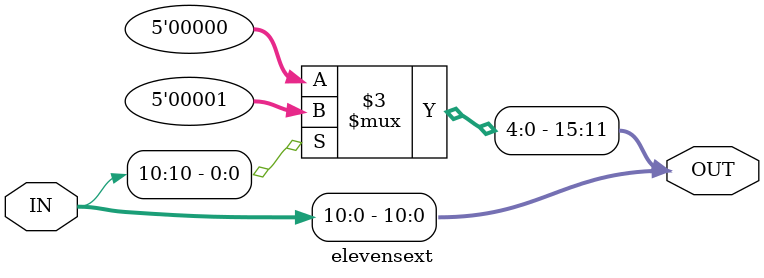
<source format=sv>
module fivesext( input logic [4:0] IN,
						output logic [15:0] OUT);
						
						always_comb
						begin 
						if (IN[4])
							OUT[15:5] = 11'b1;
						else
							OUT[15:5] = 11'b0;
						OUT[4:0] = IN[4:0];
					end
				endmodule
module sixsext(input logic [5:0] IN,
					output logic [15:0] OUT);
					always_comb
						begin 
						if (IN[5])
							OUT[15:6] = 10'b1;
						else
							OUT[15:6] = 10'b0;
						OUT[5:0] = IN[5:0];
					end
				endmodule
				
module ninesext(input logic [8:0] IN,
					output logic [15:0] OUT);
					always_comb
						begin 
						if (IN[8])
							OUT[15:9] = 7'b1;
						else
							OUT[15:9] = 7'b0;
						OUT[8:0] = IN[8:0];
					end
				endmodule
module elevensext(input logic [10:0] IN,
					output logic [15:0] OUT);
					always_comb
						begin 
						if (IN[10])
							OUT[15:11] = 5'b1;
						else
							OUT[15:11] = 5'b0;
						OUT[10:0] = IN[10:0];
					end
				endmodule												
</source>
